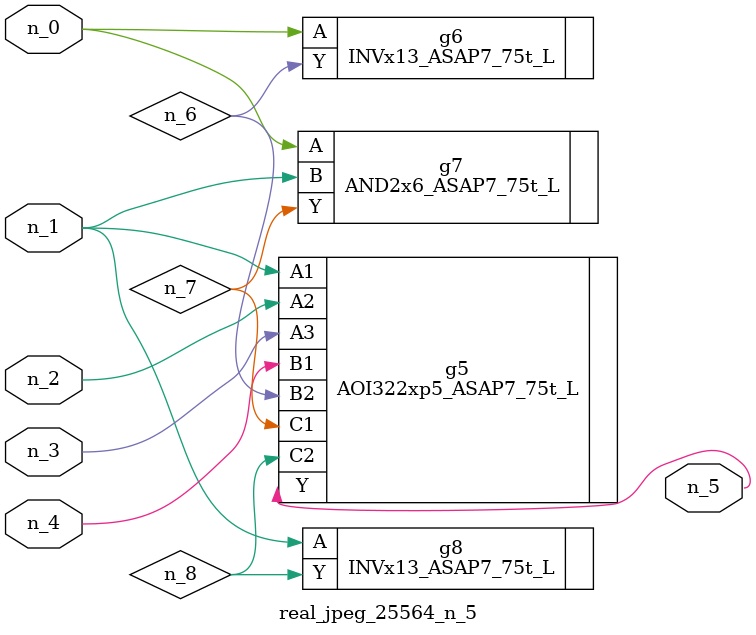
<source format=v>
module real_jpeg_25564_n_5 (n_4, n_0, n_1, n_2, n_3, n_5);

input n_4;
input n_0;
input n_1;
input n_2;
input n_3;

output n_5;

wire n_8;
wire n_6;
wire n_7;

INVx13_ASAP7_75t_L g6 ( 
.A(n_0),
.Y(n_6)
);

AND2x6_ASAP7_75t_L g7 ( 
.A(n_0),
.B(n_1),
.Y(n_7)
);

AOI322xp5_ASAP7_75t_L g5 ( 
.A1(n_1),
.A2(n_2),
.A3(n_3),
.B1(n_4),
.B2(n_6),
.C1(n_7),
.C2(n_8),
.Y(n_5)
);

INVx13_ASAP7_75t_L g8 ( 
.A(n_1),
.Y(n_8)
);


endmodule
</source>
